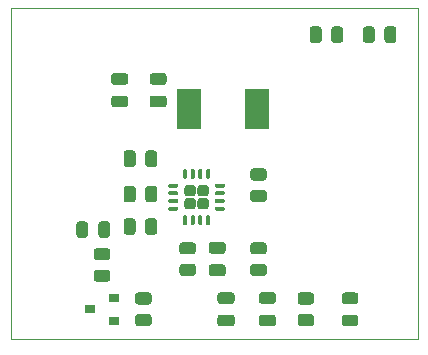
<source format=gbr>
%TF.GenerationSoftware,KiCad,Pcbnew,5.1.10-88a1d61d58~88~ubuntu18.04.1*%
%TF.CreationDate,2021-10-12T23:30:59-03:00*%
%TF.ProjectId,ConversorDCDC,436f6e76-6572-4736-9f72-444344432e6b,1.0*%
%TF.SameCoordinates,Original*%
%TF.FileFunction,Paste,Top*%
%TF.FilePolarity,Positive*%
%FSLAX46Y46*%
G04 Gerber Fmt 4.6, Leading zero omitted, Abs format (unit mm)*
G04 Created by KiCad (PCBNEW 5.1.10-88a1d61d58~88~ubuntu18.04.1) date 2021-10-12 23:30:59*
%MOMM*%
%LPD*%
G01*
G04 APERTURE LIST*
%TA.AperFunction,Profile*%
%ADD10C,0.050000*%
%TD*%
%ADD11R,2.000000X3.400000*%
%ADD12R,0.900000X0.800000*%
G04 APERTURE END LIST*
D10*
X80000000Y-126500000D02*
X80000000Y-98500000D01*
X114500000Y-126500000D02*
X80000000Y-126500000D01*
X114500000Y-98500000D02*
X114500000Y-126500000D01*
X80000000Y-98500000D02*
X114500000Y-98500000D01*
%TO.C,LED1*%
G36*
G01*
X87450000Y-117706250D02*
X87450000Y-116793750D01*
G75*
G02*
X87693750Y-116550000I243750J0D01*
G01*
X88181250Y-116550000D01*
G75*
G02*
X88425000Y-116793750I0J-243750D01*
G01*
X88425000Y-117706250D01*
G75*
G02*
X88181250Y-117950000I-243750J0D01*
G01*
X87693750Y-117950000D01*
G75*
G02*
X87450000Y-117706250I0J243750D01*
G01*
G37*
G36*
G01*
X85575000Y-117706250D02*
X85575000Y-116793750D01*
G75*
G02*
X85818750Y-116550000I243750J0D01*
G01*
X86306250Y-116550000D01*
G75*
G02*
X86550000Y-116793750I0J-243750D01*
G01*
X86550000Y-117706250D01*
G75*
G02*
X86306250Y-117950000I-243750J0D01*
G01*
X85818750Y-117950000D01*
G75*
G02*
X85575000Y-117706250I0J243750D01*
G01*
G37*
%TD*%
%TO.C,R2*%
G36*
G01*
X91400000Y-114700001D02*
X91400000Y-113799999D01*
G75*
G02*
X91649999Y-113550000I249999J0D01*
G01*
X92175001Y-113550000D01*
G75*
G02*
X92425000Y-113799999I0J-249999D01*
G01*
X92425000Y-114700001D01*
G75*
G02*
X92175001Y-114950000I-249999J0D01*
G01*
X91649999Y-114950000D01*
G75*
G02*
X91400000Y-114700001I0J249999D01*
G01*
G37*
G36*
G01*
X89575000Y-114700001D02*
X89575000Y-113799999D01*
G75*
G02*
X89824999Y-113550000I249999J0D01*
G01*
X90350001Y-113550000D01*
G75*
G02*
X90600000Y-113799999I0J-249999D01*
G01*
X90600000Y-114700001D01*
G75*
G02*
X90350001Y-114950000I-249999J0D01*
G01*
X89824999Y-114950000D01*
G75*
G02*
X89575000Y-114700001I0J249999D01*
G01*
G37*
%TD*%
%TO.C,R5*%
G36*
G01*
X105450001Y-125425000D02*
X104549999Y-125425000D01*
G75*
G02*
X104300000Y-125175001I0J249999D01*
G01*
X104300000Y-124649999D01*
G75*
G02*
X104549999Y-124400000I249999J0D01*
G01*
X105450001Y-124400000D01*
G75*
G02*
X105700000Y-124649999I0J-249999D01*
G01*
X105700000Y-125175001D01*
G75*
G02*
X105450001Y-125425000I-249999J0D01*
G01*
G37*
G36*
G01*
X105450001Y-123600000D02*
X104549999Y-123600000D01*
G75*
G02*
X104300000Y-123350001I0J249999D01*
G01*
X104300000Y-122824999D01*
G75*
G02*
X104549999Y-122575000I249999J0D01*
G01*
X105450001Y-122575000D01*
G75*
G02*
X105700000Y-122824999I0J-249999D01*
G01*
X105700000Y-123350001D01*
G75*
G02*
X105450001Y-123600000I-249999J0D01*
G01*
G37*
%TD*%
%TO.C,R9*%
G36*
G01*
X101450001Y-119350000D02*
X100549999Y-119350000D01*
G75*
G02*
X100300000Y-119100001I0J249999D01*
G01*
X100300000Y-118574999D01*
G75*
G02*
X100549999Y-118325000I249999J0D01*
G01*
X101450001Y-118325000D01*
G75*
G02*
X101700000Y-118574999I0J-249999D01*
G01*
X101700000Y-119100001D01*
G75*
G02*
X101450001Y-119350000I-249999J0D01*
G01*
G37*
G36*
G01*
X101450001Y-121175000D02*
X100549999Y-121175000D01*
G75*
G02*
X100300000Y-120925001I0J249999D01*
G01*
X100300000Y-120399999D01*
G75*
G02*
X100549999Y-120150000I249999J0D01*
G01*
X101450001Y-120150000D01*
G75*
G02*
X101700000Y-120399999I0J-249999D01*
G01*
X101700000Y-120925001D01*
G75*
G02*
X101450001Y-121175000I-249999J0D01*
G01*
G37*
%TD*%
%TO.C,R13*%
G36*
G01*
X91400000Y-117450001D02*
X91400000Y-116549999D01*
G75*
G02*
X91649999Y-116300000I249999J0D01*
G01*
X92175001Y-116300000D01*
G75*
G02*
X92425000Y-116549999I0J-249999D01*
G01*
X92425000Y-117450001D01*
G75*
G02*
X92175001Y-117700000I-249999J0D01*
G01*
X91649999Y-117700000D01*
G75*
G02*
X91400000Y-117450001I0J249999D01*
G01*
G37*
G36*
G01*
X89575000Y-117450001D02*
X89575000Y-116549999D01*
G75*
G02*
X89824999Y-116300000I249999J0D01*
G01*
X90350001Y-116300000D01*
G75*
G02*
X90600000Y-116549999I0J-249999D01*
G01*
X90600000Y-117450001D01*
G75*
G02*
X90350001Y-117700000I-249999J0D01*
G01*
X89824999Y-117700000D01*
G75*
G02*
X89575000Y-117450001I0J249999D01*
G01*
G37*
%TD*%
D11*
%TO.C,L1*%
X95150000Y-107000000D03*
X100850000Y-107000000D03*
%TD*%
%TO.C,R4*%
G36*
G01*
X94549999Y-118325000D02*
X95450001Y-118325000D01*
G75*
G02*
X95700000Y-118574999I0J-249999D01*
G01*
X95700000Y-119100001D01*
G75*
G02*
X95450001Y-119350000I-249999J0D01*
G01*
X94549999Y-119350000D01*
G75*
G02*
X94300000Y-119100001I0J249999D01*
G01*
X94300000Y-118574999D01*
G75*
G02*
X94549999Y-118325000I249999J0D01*
G01*
G37*
G36*
G01*
X94549999Y-120150000D02*
X95450001Y-120150000D01*
G75*
G02*
X95700000Y-120399999I0J-249999D01*
G01*
X95700000Y-120925001D01*
G75*
G02*
X95450001Y-121175000I-249999J0D01*
G01*
X94549999Y-121175000D01*
G75*
G02*
X94300000Y-120925001I0J249999D01*
G01*
X94300000Y-120399999D01*
G75*
G02*
X94549999Y-120150000I249999J0D01*
G01*
G37*
%TD*%
%TO.C,C3*%
G36*
G01*
X97775000Y-122550000D02*
X98725000Y-122550000D01*
G75*
G02*
X98975000Y-122800000I0J-250000D01*
G01*
X98975000Y-123300000D01*
G75*
G02*
X98725000Y-123550000I-250000J0D01*
G01*
X97775000Y-123550000D01*
G75*
G02*
X97525000Y-123300000I0J250000D01*
G01*
X97525000Y-122800000D01*
G75*
G02*
X97775000Y-122550000I250000J0D01*
G01*
G37*
G36*
G01*
X97775000Y-124450000D02*
X98725000Y-124450000D01*
G75*
G02*
X98975000Y-124700000I0J-250000D01*
G01*
X98975000Y-125200000D01*
G75*
G02*
X98725000Y-125450000I-250000J0D01*
G01*
X97775000Y-125450000D01*
G75*
G02*
X97525000Y-125200000I0J250000D01*
G01*
X97525000Y-124700000D01*
G75*
G02*
X97775000Y-124450000I250000J0D01*
G01*
G37*
%TD*%
%TO.C,R3*%
G36*
G01*
X91700001Y-123600000D02*
X90799999Y-123600000D01*
G75*
G02*
X90550000Y-123350001I0J249999D01*
G01*
X90550000Y-122824999D01*
G75*
G02*
X90799999Y-122575000I249999J0D01*
G01*
X91700001Y-122575000D01*
G75*
G02*
X91950000Y-122824999I0J-249999D01*
G01*
X91950000Y-123350001D01*
G75*
G02*
X91700001Y-123600000I-249999J0D01*
G01*
G37*
G36*
G01*
X91700001Y-125425000D02*
X90799999Y-125425000D01*
G75*
G02*
X90550000Y-125175001I0J249999D01*
G01*
X90550000Y-124649999D01*
G75*
G02*
X90799999Y-124400000I249999J0D01*
G01*
X91700001Y-124400000D01*
G75*
G02*
X91950000Y-124649999I0J-249999D01*
G01*
X91950000Y-125175001D01*
G75*
G02*
X91700001Y-125425000I-249999J0D01*
G01*
G37*
%TD*%
D12*
%TO.C,T1*%
X88750000Y-124950000D03*
X88750000Y-123050000D03*
X86750000Y-124000000D03*
%TD*%
%TO.C,U1*%
G36*
G01*
X98125000Y-115387500D02*
X98125000Y-115562500D01*
G75*
G02*
X98037500Y-115650000I-87500J0D01*
G01*
X97387500Y-115650000D01*
G75*
G02*
X97300000Y-115562500I0J87500D01*
G01*
X97300000Y-115387500D01*
G75*
G02*
X97387500Y-115300000I87500J0D01*
G01*
X98037500Y-115300000D01*
G75*
G02*
X98125000Y-115387500I0J-87500D01*
G01*
G37*
G36*
G01*
X98125000Y-114737500D02*
X98125000Y-114912500D01*
G75*
G02*
X98037500Y-115000000I-87500J0D01*
G01*
X97387500Y-115000000D01*
G75*
G02*
X97300000Y-114912500I0J87500D01*
G01*
X97300000Y-114737500D01*
G75*
G02*
X97387500Y-114650000I87500J0D01*
G01*
X98037500Y-114650000D01*
G75*
G02*
X98125000Y-114737500I0J-87500D01*
G01*
G37*
G36*
G01*
X98125000Y-114087500D02*
X98125000Y-114262500D01*
G75*
G02*
X98037500Y-114350000I-87500J0D01*
G01*
X97387500Y-114350000D01*
G75*
G02*
X97300000Y-114262500I0J87500D01*
G01*
X97300000Y-114087500D01*
G75*
G02*
X97387500Y-114000000I87500J0D01*
G01*
X98037500Y-114000000D01*
G75*
G02*
X98125000Y-114087500I0J-87500D01*
G01*
G37*
G36*
G01*
X98125000Y-113437500D02*
X98125000Y-113612500D01*
G75*
G02*
X98037500Y-113700000I-87500J0D01*
G01*
X97387500Y-113700000D01*
G75*
G02*
X97300000Y-113612500I0J87500D01*
G01*
X97300000Y-113437500D01*
G75*
G02*
X97387500Y-113350000I87500J0D01*
G01*
X98037500Y-113350000D01*
G75*
G02*
X98125000Y-113437500I0J-87500D01*
G01*
G37*
G36*
G01*
X96900000Y-112212500D02*
X96900000Y-112862500D01*
G75*
G02*
X96812500Y-112950000I-87500J0D01*
G01*
X96637500Y-112950000D01*
G75*
G02*
X96550000Y-112862500I0J87500D01*
G01*
X96550000Y-112212500D01*
G75*
G02*
X96637500Y-112125000I87500J0D01*
G01*
X96812500Y-112125000D01*
G75*
G02*
X96900000Y-112212500I0J-87500D01*
G01*
G37*
G36*
G01*
X96250000Y-112212500D02*
X96250000Y-112862500D01*
G75*
G02*
X96162500Y-112950000I-87500J0D01*
G01*
X95987500Y-112950000D01*
G75*
G02*
X95900000Y-112862500I0J87500D01*
G01*
X95900000Y-112212500D01*
G75*
G02*
X95987500Y-112125000I87500J0D01*
G01*
X96162500Y-112125000D01*
G75*
G02*
X96250000Y-112212500I0J-87500D01*
G01*
G37*
G36*
G01*
X95600000Y-112212500D02*
X95600000Y-112862500D01*
G75*
G02*
X95512500Y-112950000I-87500J0D01*
G01*
X95337500Y-112950000D01*
G75*
G02*
X95250000Y-112862500I0J87500D01*
G01*
X95250000Y-112212500D01*
G75*
G02*
X95337500Y-112125000I87500J0D01*
G01*
X95512500Y-112125000D01*
G75*
G02*
X95600000Y-112212500I0J-87500D01*
G01*
G37*
G36*
G01*
X94950000Y-112212500D02*
X94950000Y-112862500D01*
G75*
G02*
X94862500Y-112950000I-87500J0D01*
G01*
X94687500Y-112950000D01*
G75*
G02*
X94600000Y-112862500I0J87500D01*
G01*
X94600000Y-112212500D01*
G75*
G02*
X94687500Y-112125000I87500J0D01*
G01*
X94862500Y-112125000D01*
G75*
G02*
X94950000Y-112212500I0J-87500D01*
G01*
G37*
G36*
G01*
X94200000Y-113437500D02*
X94200000Y-113612500D01*
G75*
G02*
X94112500Y-113700000I-87500J0D01*
G01*
X93462500Y-113700000D01*
G75*
G02*
X93375000Y-113612500I0J87500D01*
G01*
X93375000Y-113437500D01*
G75*
G02*
X93462500Y-113350000I87500J0D01*
G01*
X94112500Y-113350000D01*
G75*
G02*
X94200000Y-113437500I0J-87500D01*
G01*
G37*
G36*
G01*
X94200000Y-114087500D02*
X94200000Y-114262500D01*
G75*
G02*
X94112500Y-114350000I-87500J0D01*
G01*
X93462500Y-114350000D01*
G75*
G02*
X93375000Y-114262500I0J87500D01*
G01*
X93375000Y-114087500D01*
G75*
G02*
X93462500Y-114000000I87500J0D01*
G01*
X94112500Y-114000000D01*
G75*
G02*
X94200000Y-114087500I0J-87500D01*
G01*
G37*
G36*
G01*
X94200000Y-114737500D02*
X94200000Y-114912500D01*
G75*
G02*
X94112500Y-115000000I-87500J0D01*
G01*
X93462500Y-115000000D01*
G75*
G02*
X93375000Y-114912500I0J87500D01*
G01*
X93375000Y-114737500D01*
G75*
G02*
X93462500Y-114650000I87500J0D01*
G01*
X94112500Y-114650000D01*
G75*
G02*
X94200000Y-114737500I0J-87500D01*
G01*
G37*
G36*
G01*
X94200000Y-115387500D02*
X94200000Y-115562500D01*
G75*
G02*
X94112500Y-115650000I-87500J0D01*
G01*
X93462500Y-115650000D01*
G75*
G02*
X93375000Y-115562500I0J87500D01*
G01*
X93375000Y-115387500D01*
G75*
G02*
X93462500Y-115300000I87500J0D01*
G01*
X94112500Y-115300000D01*
G75*
G02*
X94200000Y-115387500I0J-87500D01*
G01*
G37*
G36*
G01*
X94950000Y-116137500D02*
X94950000Y-116787500D01*
G75*
G02*
X94862500Y-116875000I-87500J0D01*
G01*
X94687500Y-116875000D01*
G75*
G02*
X94600000Y-116787500I0J87500D01*
G01*
X94600000Y-116137500D01*
G75*
G02*
X94687500Y-116050000I87500J0D01*
G01*
X94862500Y-116050000D01*
G75*
G02*
X94950000Y-116137500I0J-87500D01*
G01*
G37*
G36*
G01*
X95600000Y-116137500D02*
X95600000Y-116787500D01*
G75*
G02*
X95512500Y-116875000I-87500J0D01*
G01*
X95337500Y-116875000D01*
G75*
G02*
X95250000Y-116787500I0J87500D01*
G01*
X95250000Y-116137500D01*
G75*
G02*
X95337500Y-116050000I87500J0D01*
G01*
X95512500Y-116050000D01*
G75*
G02*
X95600000Y-116137500I0J-87500D01*
G01*
G37*
G36*
G01*
X96250000Y-116137500D02*
X96250000Y-116787500D01*
G75*
G02*
X96162500Y-116875000I-87500J0D01*
G01*
X95987500Y-116875000D01*
G75*
G02*
X95900000Y-116787500I0J87500D01*
G01*
X95900000Y-116137500D01*
G75*
G02*
X95987500Y-116050000I87500J0D01*
G01*
X96162500Y-116050000D01*
G75*
G02*
X96250000Y-116137500I0J-87500D01*
G01*
G37*
G36*
G01*
X96900000Y-116137500D02*
X96900000Y-116787500D01*
G75*
G02*
X96812500Y-116875000I-87500J0D01*
G01*
X96637500Y-116875000D01*
G75*
G02*
X96550000Y-116787500I0J87500D01*
G01*
X96550000Y-116137500D01*
G75*
G02*
X96637500Y-116050000I87500J0D01*
G01*
X96812500Y-116050000D01*
G75*
G02*
X96900000Y-116137500I0J-87500D01*
G01*
G37*
G36*
G01*
X96777297Y-114811351D02*
X96777297Y-115288649D01*
G75*
G02*
X96538649Y-115527297I-238648J0D01*
G01*
X96061351Y-115527297D01*
G75*
G02*
X95822703Y-115288649I0J238648D01*
G01*
X95822703Y-114811351D01*
G75*
G02*
X96061351Y-114572703I238648J0D01*
G01*
X96538649Y-114572703D01*
G75*
G02*
X96777297Y-114811351I0J-238648D01*
G01*
G37*
G36*
G01*
X96777297Y-113711351D02*
X96777297Y-114188649D01*
G75*
G02*
X96538649Y-114427297I-238648J0D01*
G01*
X96061351Y-114427297D01*
G75*
G02*
X95822703Y-114188649I0J238648D01*
G01*
X95822703Y-113711351D01*
G75*
G02*
X96061351Y-113472703I238648J0D01*
G01*
X96538649Y-113472703D01*
G75*
G02*
X96777297Y-113711351I0J-238648D01*
G01*
G37*
G36*
G01*
X95677297Y-114811351D02*
X95677297Y-115288649D01*
G75*
G02*
X95438649Y-115527297I-238648J0D01*
G01*
X94961351Y-115527297D01*
G75*
G02*
X94722703Y-115288649I0J238648D01*
G01*
X94722703Y-114811351D01*
G75*
G02*
X94961351Y-114572703I238648J0D01*
G01*
X95438649Y-114572703D01*
G75*
G02*
X95677297Y-114811351I0J-238648D01*
G01*
G37*
G36*
G01*
X95677297Y-113711351D02*
X95677297Y-114188649D01*
G75*
G02*
X95438649Y-114427297I-238648J0D01*
G01*
X94961351Y-114427297D01*
G75*
G02*
X94722703Y-114188649I0J238648D01*
G01*
X94722703Y-113711351D01*
G75*
G02*
X94961351Y-113472703I238648J0D01*
G01*
X95438649Y-113472703D01*
G75*
G02*
X95677297Y-113711351I0J-238648D01*
G01*
G37*
%TD*%
%TO.C,R10*%
G36*
G01*
X109825000Y-101200001D02*
X109825000Y-100299999D01*
G75*
G02*
X110074999Y-100050000I249999J0D01*
G01*
X110600001Y-100050000D01*
G75*
G02*
X110850000Y-100299999I0J-249999D01*
G01*
X110850000Y-101200001D01*
G75*
G02*
X110600001Y-101450000I-249999J0D01*
G01*
X110074999Y-101450000D01*
G75*
G02*
X109825000Y-101200001I0J249999D01*
G01*
G37*
G36*
G01*
X111650000Y-101200001D02*
X111650000Y-100299999D01*
G75*
G02*
X111899999Y-100050000I249999J0D01*
G01*
X112425001Y-100050000D01*
G75*
G02*
X112675000Y-100299999I0J-249999D01*
G01*
X112675000Y-101200001D01*
G75*
G02*
X112425001Y-101450000I-249999J0D01*
G01*
X111899999Y-101450000D01*
G75*
G02*
X111650000Y-101200001I0J249999D01*
G01*
G37*
%TD*%
%TO.C,R1*%
G36*
G01*
X89575000Y-111700001D02*
X89575000Y-110799999D01*
G75*
G02*
X89824999Y-110550000I249999J0D01*
G01*
X90350001Y-110550000D01*
G75*
G02*
X90600000Y-110799999I0J-249999D01*
G01*
X90600000Y-111700001D01*
G75*
G02*
X90350001Y-111950000I-249999J0D01*
G01*
X89824999Y-111950000D01*
G75*
G02*
X89575000Y-111700001I0J249999D01*
G01*
G37*
G36*
G01*
X91400000Y-111700001D02*
X91400000Y-110799999D01*
G75*
G02*
X91649999Y-110550000I249999J0D01*
G01*
X92175001Y-110550000D01*
G75*
G02*
X92425000Y-110799999I0J-249999D01*
G01*
X92425000Y-111700001D01*
G75*
G02*
X92175001Y-111950000I-249999J0D01*
G01*
X91649999Y-111950000D01*
G75*
G02*
X91400000Y-111700001I0J249999D01*
G01*
G37*
%TD*%
%TO.C,R12*%
G36*
G01*
X101450001Y-114925000D02*
X100549999Y-114925000D01*
G75*
G02*
X100300000Y-114675001I0J249999D01*
G01*
X100300000Y-114149999D01*
G75*
G02*
X100549999Y-113900000I249999J0D01*
G01*
X101450001Y-113900000D01*
G75*
G02*
X101700000Y-114149999I0J-249999D01*
G01*
X101700000Y-114675001D01*
G75*
G02*
X101450001Y-114925000I-249999J0D01*
G01*
G37*
G36*
G01*
X101450001Y-113100000D02*
X100549999Y-113100000D01*
G75*
G02*
X100300000Y-112850001I0J249999D01*
G01*
X100300000Y-112324999D01*
G75*
G02*
X100549999Y-112075000I249999J0D01*
G01*
X101450001Y-112075000D01*
G75*
G02*
X101700000Y-112324999I0J-249999D01*
G01*
X101700000Y-112850001D01*
G75*
G02*
X101450001Y-113100000I-249999J0D01*
G01*
G37*
%TD*%
%TO.C,C4*%
G36*
G01*
X92975000Y-105000000D02*
X92025000Y-105000000D01*
G75*
G02*
X91775000Y-104750000I0J250000D01*
G01*
X91775000Y-104250000D01*
G75*
G02*
X92025000Y-104000000I250000J0D01*
G01*
X92975000Y-104000000D01*
G75*
G02*
X93225000Y-104250000I0J-250000D01*
G01*
X93225000Y-104750000D01*
G75*
G02*
X92975000Y-105000000I-250000J0D01*
G01*
G37*
G36*
G01*
X92975000Y-106900000D02*
X92025000Y-106900000D01*
G75*
G02*
X91775000Y-106650000I0J250000D01*
G01*
X91775000Y-106150000D01*
G75*
G02*
X92025000Y-105900000I250000J0D01*
G01*
X92975000Y-105900000D01*
G75*
G02*
X93225000Y-106150000I0J-250000D01*
G01*
X93225000Y-106650000D01*
G75*
G02*
X92975000Y-106900000I-250000J0D01*
G01*
G37*
%TD*%
%TO.C,C6*%
G36*
G01*
X101275000Y-122550000D02*
X102225000Y-122550000D01*
G75*
G02*
X102475000Y-122800000I0J-250000D01*
G01*
X102475000Y-123300000D01*
G75*
G02*
X102225000Y-123550000I-250000J0D01*
G01*
X101275000Y-123550000D01*
G75*
G02*
X101025000Y-123300000I0J250000D01*
G01*
X101025000Y-122800000D01*
G75*
G02*
X101275000Y-122550000I250000J0D01*
G01*
G37*
G36*
G01*
X101275000Y-124450000D02*
X102225000Y-124450000D01*
G75*
G02*
X102475000Y-124700000I0J-250000D01*
G01*
X102475000Y-125200000D01*
G75*
G02*
X102225000Y-125450000I-250000J0D01*
G01*
X101275000Y-125450000D01*
G75*
G02*
X101025000Y-125200000I0J250000D01*
G01*
X101025000Y-124700000D01*
G75*
G02*
X101275000Y-124450000I250000J0D01*
G01*
G37*
%TD*%
%TO.C,R20*%
G36*
G01*
X88200001Y-121675000D02*
X87299999Y-121675000D01*
G75*
G02*
X87050000Y-121425001I0J249999D01*
G01*
X87050000Y-120899999D01*
G75*
G02*
X87299999Y-120650000I249999J0D01*
G01*
X88200001Y-120650000D01*
G75*
G02*
X88450000Y-120899999I0J-249999D01*
G01*
X88450000Y-121425001D01*
G75*
G02*
X88200001Y-121675000I-249999J0D01*
G01*
G37*
G36*
G01*
X88200001Y-119850000D02*
X87299999Y-119850000D01*
G75*
G02*
X87050000Y-119600001I0J249999D01*
G01*
X87050000Y-119074999D01*
G75*
G02*
X87299999Y-118825000I249999J0D01*
G01*
X88200001Y-118825000D01*
G75*
G02*
X88450000Y-119074999I0J-249999D01*
G01*
X88450000Y-119600001D01*
G75*
G02*
X88200001Y-119850000I-249999J0D01*
G01*
G37*
%TD*%
%TO.C,R11*%
G36*
G01*
X107150000Y-101200001D02*
X107150000Y-100299999D01*
G75*
G02*
X107399999Y-100050000I249999J0D01*
G01*
X107925001Y-100050000D01*
G75*
G02*
X108175000Y-100299999I0J-249999D01*
G01*
X108175000Y-101200001D01*
G75*
G02*
X107925001Y-101450000I-249999J0D01*
G01*
X107399999Y-101450000D01*
G75*
G02*
X107150000Y-101200001I0J249999D01*
G01*
G37*
G36*
G01*
X105325000Y-101200001D02*
X105325000Y-100299999D01*
G75*
G02*
X105574999Y-100050000I249999J0D01*
G01*
X106100001Y-100050000D01*
G75*
G02*
X106350000Y-100299999I0J-249999D01*
G01*
X106350000Y-101200001D01*
G75*
G02*
X106100001Y-101450000I-249999J0D01*
G01*
X105574999Y-101450000D01*
G75*
G02*
X105325000Y-101200001I0J249999D01*
G01*
G37*
%TD*%
%TO.C,LED2*%
G36*
G01*
X108293750Y-122575000D02*
X109206250Y-122575000D01*
G75*
G02*
X109450000Y-122818750I0J-243750D01*
G01*
X109450000Y-123306250D01*
G75*
G02*
X109206250Y-123550000I-243750J0D01*
G01*
X108293750Y-123550000D01*
G75*
G02*
X108050000Y-123306250I0J243750D01*
G01*
X108050000Y-122818750D01*
G75*
G02*
X108293750Y-122575000I243750J0D01*
G01*
G37*
G36*
G01*
X108293750Y-124450000D02*
X109206250Y-124450000D01*
G75*
G02*
X109450000Y-124693750I0J-243750D01*
G01*
X109450000Y-125181250D01*
G75*
G02*
X109206250Y-125425000I-243750J0D01*
G01*
X108293750Y-125425000D01*
G75*
G02*
X108050000Y-125181250I0J243750D01*
G01*
X108050000Y-124693750D01*
G75*
G02*
X108293750Y-124450000I243750J0D01*
G01*
G37*
%TD*%
%TO.C,C1*%
G36*
G01*
X89725000Y-106900000D02*
X88775000Y-106900000D01*
G75*
G02*
X88525000Y-106650000I0J250000D01*
G01*
X88525000Y-106150000D01*
G75*
G02*
X88775000Y-105900000I250000J0D01*
G01*
X89725000Y-105900000D01*
G75*
G02*
X89975000Y-106150000I0J-250000D01*
G01*
X89975000Y-106650000D01*
G75*
G02*
X89725000Y-106900000I-250000J0D01*
G01*
G37*
G36*
G01*
X89725000Y-105000000D02*
X88775000Y-105000000D01*
G75*
G02*
X88525000Y-104750000I0J250000D01*
G01*
X88525000Y-104250000D01*
G75*
G02*
X88775000Y-104000000I250000J0D01*
G01*
X89725000Y-104000000D01*
G75*
G02*
X89975000Y-104250000I0J-250000D01*
G01*
X89975000Y-104750000D01*
G75*
G02*
X89725000Y-105000000I-250000J0D01*
G01*
G37*
%TD*%
%TO.C,C2*%
G36*
G01*
X97025000Y-120200000D02*
X97975000Y-120200000D01*
G75*
G02*
X98225000Y-120450000I0J-250000D01*
G01*
X98225000Y-120950000D01*
G75*
G02*
X97975000Y-121200000I-250000J0D01*
G01*
X97025000Y-121200000D01*
G75*
G02*
X96775000Y-120950000I0J250000D01*
G01*
X96775000Y-120450000D01*
G75*
G02*
X97025000Y-120200000I250000J0D01*
G01*
G37*
G36*
G01*
X97025000Y-118300000D02*
X97975000Y-118300000D01*
G75*
G02*
X98225000Y-118550000I0J-250000D01*
G01*
X98225000Y-119050000D01*
G75*
G02*
X97975000Y-119300000I-250000J0D01*
G01*
X97025000Y-119300000D01*
G75*
G02*
X96775000Y-119050000I0J250000D01*
G01*
X96775000Y-118550000D01*
G75*
G02*
X97025000Y-118300000I250000J0D01*
G01*
G37*
%TD*%
M02*

</source>
